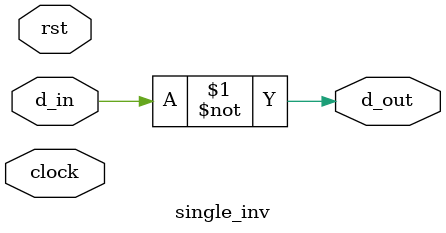
<source format=v>
module single_inv(	// file.cleaned.mlir:2:3
  input  d_in,	// file.cleaned.mlir:2:28
         clock,	// file.cleaned.mlir:2:43
         rst,	// file.cleaned.mlir:2:59
  output d_out	// file.cleaned.mlir:2:74
);

  assign d_out = ~d_in;	// file.cleaned.mlir:4:10, :5:5
endmodule


</source>
